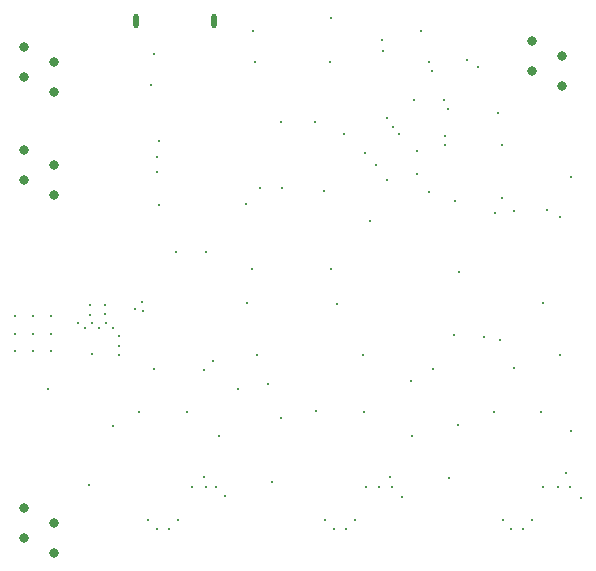
<source format=gbr>
%TF.GenerationSoftware,Altium Limited,Altium Designer,22.11.1 (43)*%
G04 Layer_Color=0*
%FSLAX45Y45*%
%MOMM*%
%TF.SameCoordinates,5EC9F59A-04D6-4A79-9134-D6B8A4EC69BD*%
%TF.FilePolarity,Positive*%
%TF.FileFunction,Plated,1,4,PTH,Drill*%
%TF.Part,Single*%
G01*
G75*
%TA.AperFunction,ComponentDrill*%
%ADD84C,0.80000*%
%ADD85O,0.50000X1.20000*%
%TA.AperFunction,ViaDrill,NotFilled*%
%ADD86C,0.20000*%
D84*
X475000Y346000D02*
D03*
X221000Y473000D02*
D03*
X475000Y600000D02*
D03*
X221000Y727000D02*
D03*
X4525000Y4675000D02*
D03*
X4779000Y4548000D02*
D03*
X4525000Y4421000D02*
D03*
X4779000Y4294000D02*
D03*
X475000Y3371000D02*
D03*
X221000Y3498000D02*
D03*
X475000Y3625000D02*
D03*
X221000Y3752000D02*
D03*
X475000Y4250000D02*
D03*
X221000Y4377000D02*
D03*
X475000Y4504000D02*
D03*
X221000Y4631000D02*
D03*
D85*
X1170000Y4850000D02*
D03*
X1830000D02*
D03*
D86*
X2325000Y942500D02*
D03*
X1325000Y1900000D02*
D03*
X1320000Y4570000D02*
D03*
X430000Y1730000D02*
D03*
X802500Y2025000D02*
D03*
X3690000Y1900000D02*
D03*
X972655Y1422655D02*
D03*
X1870000Y1330000D02*
D03*
X4850000Y1380000D02*
D03*
X3900000Y1430000D02*
D03*
X3510000Y1330000D02*
D03*
X2400000Y1490000D02*
D03*
X1300000Y4305200D02*
D03*
X2400000Y3990000D02*
D03*
X1370000Y3830000D02*
D03*
X2160000Y4760000D02*
D03*
X3260000Y4590000D02*
D03*
X2930000Y3890000D02*
D03*
X3870000Y3320000D02*
D03*
X3970000Y4520000D02*
D03*
X1370000Y3290000D02*
D03*
X2410000Y3430000D02*
D03*
X2220000D02*
D03*
X2690000Y3990000D02*
D03*
X1747684Y1892317D02*
D03*
X2810000Y4500000D02*
D03*
X1350000Y3700000D02*
D03*
Y3570000D02*
D03*
X3550000Y3550000D02*
D03*
X3650000Y3400000D02*
D03*
X4850000Y3525000D02*
D03*
X980000Y2250000D02*
D03*
X920000Y2290000D02*
D03*
X860000Y2250000D02*
D03*
X800000Y2290000D02*
D03*
X1160000Y2410000D02*
D03*
X1230000Y2390000D02*
D03*
X1220000Y2470000D02*
D03*
X2110000Y2460000D02*
D03*
X2870000Y2450000D02*
D03*
X4620000Y2460000D02*
D03*
X4120000Y2170000D02*
D03*
X450000Y2200000D02*
D03*
Y2350000D02*
D03*
X910000Y2440000D02*
D03*
X780000D02*
D03*
X910000Y2370000D02*
D03*
X780000Y2360000D02*
D03*
X680000Y2290000D02*
D03*
X740000Y2250000D02*
D03*
X3860000Y2190000D02*
D03*
X1030000Y2180000D02*
D03*
Y2098609D02*
D03*
Y2017218D02*
D03*
X1510000Y2890000D02*
D03*
X1760000D02*
D03*
X2290000Y1770000D02*
D03*
X300000Y2050000D02*
D03*
Y2350000D02*
D03*
Y2200000D02*
D03*
X150000D02*
D03*
Y2050000D02*
D03*
X450000D02*
D03*
X150000Y2350000D02*
D03*
X4600000Y1540000D02*
D03*
X4200000Y1540000D02*
D03*
X2697500Y1542500D02*
D03*
X1600000Y1540000D02*
D03*
X1200000D02*
D03*
X3102500D02*
D03*
X1760000Y905000D02*
D03*
X1645000D02*
D03*
X3150000Y3150000D02*
D03*
X3090000Y2020000D02*
D03*
X2034243Y1734243D02*
D03*
X2194363Y2016298D02*
D03*
X1820000Y1970000D02*
D03*
X3325000Y990000D02*
D03*
X3227500Y905000D02*
D03*
X2825000Y2750000D02*
D03*
X2150000D02*
D03*
X3400000Y3890000D02*
D03*
X3200000Y3625000D02*
D03*
X3300000Y4025000D02*
D03*
X3350000Y3950000D02*
D03*
X4210000Y3220000D02*
D03*
X3789444Y3797419D02*
D03*
X3789633Y3871250D02*
D03*
X3550000Y3750000D02*
D03*
X3300000Y3500000D02*
D03*
X4370000Y3243032D02*
D03*
X3525000Y4175000D02*
D03*
X3650000Y4500000D02*
D03*
X3680000Y4420000D02*
D03*
X1926250Y828750D02*
D03*
X1850000Y905000D02*
D03*
X4621250D02*
D03*
X4745000D02*
D03*
X4937500Y810000D02*
D03*
X4842500Y905000D02*
D03*
X3427500Y820000D02*
D03*
X3342500Y905000D02*
D03*
X3121250D02*
D03*
X3820000Y975000D02*
D03*
X4810000Y1020000D02*
D03*
X1747500Y990000D02*
D03*
X1525000Y625000D02*
D03*
X1275000D02*
D03*
X1350000Y550000D02*
D03*
X1450000D02*
D03*
X2950000D02*
D03*
X2850000D02*
D03*
X2775000Y625000D02*
D03*
X3025000D02*
D03*
X4450000Y550000D02*
D03*
X4350000D02*
D03*
X4525000Y625000D02*
D03*
X4275000D02*
D03*
X2820000Y4870000D02*
D03*
X770000Y920000D02*
D03*
X4760000Y2020000D02*
D03*
X4370000Y1910000D02*
D03*
X3910000Y2720000D02*
D03*
X2180600Y4497500D02*
D03*
X3580000Y4760000D02*
D03*
X4650000Y3250000D02*
D03*
X2100000Y3300000D02*
D03*
X4760000Y3190000D02*
D03*
X3500000Y1800000D02*
D03*
X4250000Y2150000D02*
D03*
X2760000Y3410000D02*
D03*
X3110000Y3730000D02*
D03*
X4240000Y4070000D02*
D03*
X4270000Y3350000D02*
D03*
X3250000Y4690000D02*
D03*
X3810000Y4100000D02*
D03*
X3780000Y4180000D02*
D03*
X4270000Y3800000D02*
D03*
X4070000Y4460000D02*
D03*
%TF.MD5,f0303b3d3dc3808e210fd84074a5ee1f*%
M02*

</source>
